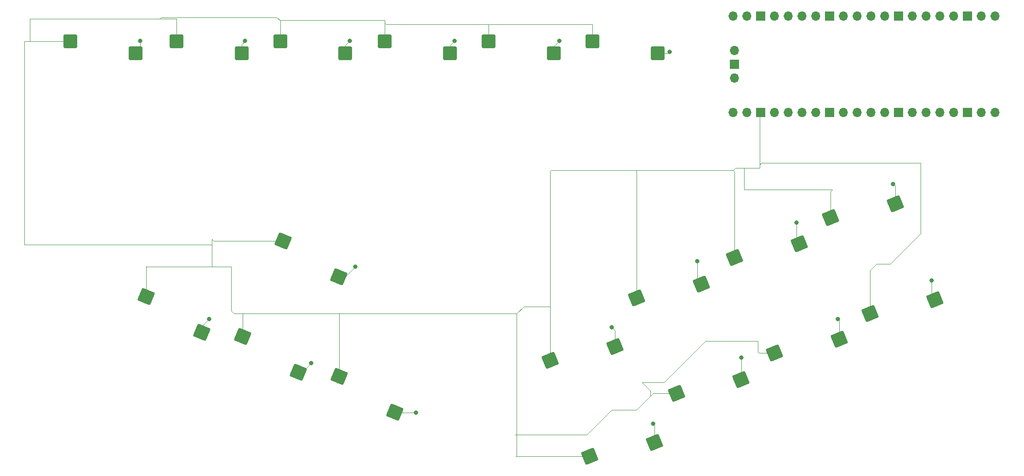
<source format=gbr>
%TF.GenerationSoftware,KiCad,Pcbnew,7.0.5*%
%TF.CreationDate,2023-07-09T01:02:00-05:00*%
%TF.ProjectId,NanoSwap,4e616e6f-5377-4617-902e-6b696361645f,rev?*%
%TF.SameCoordinates,Original*%
%TF.FileFunction,Copper,L2,Bot*%
%TF.FilePolarity,Positive*%
%FSLAX46Y46*%
G04 Gerber Fmt 4.6, Leading zero omitted, Abs format (unit mm)*
G04 Created by KiCad (PCBNEW 7.0.5) date 2023-07-09 01:02:00*
%MOMM*%
%LPD*%
G01*
G04 APERTURE LIST*
G04 Aperture macros list*
%AMRoundRect*
0 Rectangle with rounded corners*
0 $1 Rounding radius*
0 $2 $3 $4 $5 $6 $7 $8 $9 X,Y pos of 4 corners*
0 Add a 4 corners polygon primitive as box body*
4,1,4,$2,$3,$4,$5,$6,$7,$8,$9,$2,$3,0*
0 Add four circle primitives for the rounded corners*
1,1,$1+$1,$2,$3*
1,1,$1+$1,$4,$5*
1,1,$1+$1,$6,$7*
1,1,$1+$1,$8,$9*
0 Add four rect primitives between the rounded corners*
20,1,$1+$1,$2,$3,$4,$5,0*
20,1,$1+$1,$4,$5,$6,$7,0*
20,1,$1+$1,$6,$7,$8,$9,0*
20,1,$1+$1,$8,$9,$2,$3,0*%
G04 Aperture macros list end*
%TA.AperFunction,SMDPad,CuDef*%
%ADD10RoundRect,0.250000X-1.025000X-1.000000X1.025000X-1.000000X1.025000X1.000000X-1.025000X1.000000X0*%
%TD*%
%TA.AperFunction,ComponentPad*%
%ADD11O,1.700000X1.700000*%
%TD*%
%TA.AperFunction,ComponentPad*%
%ADD12R,1.700000X1.700000*%
%TD*%
%TA.AperFunction,SMDPad,CuDef*%
%ADD13RoundRect,0.250000X-1.329660X-0.531629X0.564293X-1.316130X1.329660X0.531629X-0.564293X1.316130X0*%
%TD*%
%TA.AperFunction,SMDPad,CuDef*%
%ADD14RoundRect,0.250000X-0.564293X-1.316130X1.329660X-0.531629X0.564293X1.316130X-1.329660X0.531629X0*%
%TD*%
%TA.AperFunction,ViaPad*%
%ADD15C,0.800000*%
%TD*%
%TA.AperFunction,Conductor*%
%ADD16C,0.050000*%
%TD*%
%TA.AperFunction,Conductor*%
%ADD17C,0.000000*%
%TD*%
%TA.AperFunction,Conductor*%
%ADD18C,0.045000*%
%TD*%
G04 APERTURE END LIST*
D10*
%TO.P,REF\u002A\u002A,1*%
%TO.N,N/C*%
X115131810Y-45308000D03*
%TO.P,REF\u002A\u002A,2*%
X127131810Y-47508000D03*
%TD*%
D11*
%TO.P,USB Right,1*%
%TO.N,N/C*%
X227584000Y-40640000D03*
%TO.P,USB Right,2*%
X225044000Y-40640000D03*
D12*
%TO.P,USB Right,3*%
X222504000Y-40640000D03*
D11*
%TO.P,USB Right,4*%
X219964000Y-40640000D03*
%TO.P,USB Right,5*%
X217424000Y-40640000D03*
%TO.P,USB Right,6*%
X214884000Y-40640000D03*
%TO.P,USB Right,7*%
X212344000Y-40640000D03*
D12*
%TO.P,USB Right,8*%
X209804000Y-40640000D03*
D11*
%TO.P,USB Right,9*%
X207264000Y-40640000D03*
%TO.P,USB Right,10*%
X204724000Y-40640000D03*
%TO.P,USB Right,11*%
X202184000Y-40640000D03*
%TO.P,USB Right,12*%
X199644000Y-40640000D03*
D12*
%TO.P,USB Right,13*%
X197104000Y-40640000D03*
D11*
%TO.P,USB Right,14*%
X194564000Y-40640000D03*
%TO.P,USB Right,15*%
X192024000Y-40640000D03*
%TO.P,USB Right,16*%
X189484000Y-40640000D03*
%TO.P,USB Right,17*%
X186944000Y-40640000D03*
D12*
%TO.P,USB Right,18*%
X184404000Y-40640000D03*
D11*
%TO.P,USB Right,19*%
X181864000Y-40640000D03*
%TO.P,USB Right,20*%
X179324000Y-40640000D03*
%TO.P,USB Right,21*%
X179324000Y-58420000D03*
%TO.P,USB Right,22*%
X181864000Y-58420000D03*
D12*
%TO.P,USB Right,23*%
X184404000Y-58420000D03*
D11*
%TO.P,USB Right,24*%
X186944000Y-58420000D03*
%TO.P,USB Right,25*%
X189484000Y-58420000D03*
%TO.P,USB Right,26*%
X192024000Y-58420000D03*
%TO.P,USB Right,27*%
X194564000Y-58420000D03*
D12*
%TO.P,USB Right,28*%
X197104000Y-58420000D03*
D11*
%TO.P,USB Right,29*%
X199644000Y-58420000D03*
%TO.P,USB Right,30*%
X202184000Y-58420000D03*
%TO.P,USB Right,31*%
X204724000Y-58420000D03*
%TO.P,USB Right,32*%
X207264000Y-58420000D03*
D12*
%TO.P,USB Right,33*%
X209804000Y-58420000D03*
D11*
%TO.P,USB Right,34*%
X212344000Y-58420000D03*
%TO.P,USB Right,35*%
X214884000Y-58420000D03*
%TO.P,USB Right,36*%
X217424000Y-58420000D03*
%TO.P,USB Right,37*%
X219964000Y-58420000D03*
D12*
%TO.P,USB Right,38*%
X222504000Y-58420000D03*
D11*
%TO.P,USB Right,39*%
X225044000Y-58420000D03*
%TO.P,USB Right,40*%
X227584000Y-58420000D03*
%TO.P,USB Right,41*%
X179554000Y-46990000D03*
D12*
%TO.P,USB Right,42*%
X179554000Y-49530000D03*
D11*
%TO.P,USB Right,43*%
X179554000Y-52070000D03*
%TD*%
D13*
%TO.P,REF\u002A\u002A,1*%
%TO.N,N/C*%
X88977185Y-99724572D03*
%TO.P,REF\u002A\u002A,2*%
X99221836Y-106349308D03*
%TD*%
D14*
%TO.P,REF\u002A\u002A,1*%
%TO.N,N/C*%
X152918358Y-121827641D03*
%TO.P,REF\u002A\u002A,2*%
X164846816Y-119267975D03*
%TD*%
D13*
%TO.P,REF\u002A\u002A,1*%
%TO.N,N/C*%
X96371185Y-82103835D03*
%TO.P,REF\u002A\u002A,2*%
X106615836Y-88728571D03*
%TD*%
D10*
%TO.P,REF\u002A\u002A,1*%
%TO.N,N/C*%
X95874810Y-45318000D03*
%TO.P,REF\u002A\u002A,2*%
X107874810Y-47518000D03*
%TD*%
D14*
%TO.P,REF\u002A\u002A,1*%
%TO.N,N/C*%
X186885120Y-102820274D03*
%TO.P,REF\u002A\u002A,2*%
X198813578Y-100260608D03*
%TD*%
%TO.P,REF\u002A\u002A,1*%
%TO.N,N/C*%
X204555109Y-95490301D03*
%TO.P,REF\u002A\u002A,2*%
X216483567Y-92930635D03*
%TD*%
D13*
%TO.P,REF\u002A\u002A,1*%
%TO.N,N/C*%
X71180495Y-92352944D03*
%TO.P,REF\u002A\u002A,2*%
X81425146Y-98977680D03*
%TD*%
D14*
%TO.P,REF\u002A\u002A,1*%
%TO.N,N/C*%
X161530231Y-92629438D03*
%TO.P,REF\u002A\u002A,2*%
X173458689Y-90069772D03*
%TD*%
D13*
%TO.P,REF\u002A\u002A,1*%
%TO.N,N/C*%
X106774349Y-107095071D03*
%TO.P,REF\u002A\u002A,2*%
X117019000Y-113719807D03*
%TD*%
D14*
%TO.P,REF\u002A\u002A,1*%
%TO.N,N/C*%
X197246621Y-77846051D03*
%TO.P,REF\u002A\u002A,2*%
X209175079Y-75286385D03*
%TD*%
D10*
%TO.P,REF\u002A\u002A,1*%
%TO.N,N/C*%
X134254000Y-45318000D03*
%TO.P,REF\u002A\u002A,2*%
X146254000Y-47518000D03*
%TD*%
D14*
%TO.P,REF\u002A\u002A,1*%
%TO.N,N/C*%
X168838718Y-110273691D03*
%TO.P,REF\u002A\u002A,2*%
X180767176Y-107714025D03*
%TD*%
D10*
%TO.P,REF\u002A\u002A,1*%
%TO.N,N/C*%
X76744810Y-45328000D03*
%TO.P,REF\u002A\u002A,2*%
X88744810Y-47528000D03*
%TD*%
%TO.P,REF\u002A\u002A,1*%
%TO.N,N/C*%
X153384000Y-45308000D03*
%TO.P,REF\u002A\u002A,2*%
X165384000Y-47508000D03*
%TD*%
D14*
%TO.P,REF\u002A\u002A,1*%
%TO.N,N/C*%
X179576629Y-85176025D03*
%TO.P,REF\u002A\u002A,2*%
X191505087Y-82616359D03*
%TD*%
D10*
%TO.P,REF\u002A\u002A,1*%
%TO.N,N/C*%
X57219810Y-45308000D03*
%TO.P,REF\u002A\u002A,2*%
X69219810Y-47508000D03*
%TD*%
D14*
%TO.P,REF\u002A\u002A,1*%
%TO.N,N/C*%
X145609870Y-104183389D03*
%TO.P,REF\u002A\u002A,2*%
X157538328Y-101623723D03*
%TD*%
D15*
%TO.N,*%
X180848000Y-103632000D03*
X109728000Y-86868000D03*
X147320000Y-45212000D03*
X108712000Y-45212000D03*
X120904000Y-113792000D03*
X167640000Y-47244000D03*
X70104000Y-45212000D03*
X191008000Y-78740000D03*
X215900000Y-89408000D03*
X82804000Y-96520000D03*
X156972000Y-98044000D03*
X101600000Y-104648000D03*
X198628000Y-96520000D03*
X208788000Y-71628000D03*
X164592000Y-115824000D03*
X172720000Y-85852000D03*
X128016000Y-45212000D03*
X89408000Y-45212000D03*
%TD*%
D16*
%TO.N,*%
X173458689Y-90069772D02*
X172720000Y-89331083D01*
X48768000Y-82804000D02*
X83312000Y-82804000D01*
D17*
X76744810Y-41184810D02*
X76708000Y-41148000D01*
D16*
X213868000Y-80772000D02*
X213868000Y-67772132D01*
X117019000Y-113719807D02*
X117091193Y-113792000D01*
X145607075Y-94213171D02*
X145609870Y-94210376D01*
X164592000Y-110236000D02*
X161544000Y-113284000D01*
X145609870Y-69274130D02*
X145796000Y-69088000D01*
X186885120Y-102820274D02*
X184100274Y-102820274D01*
X191505087Y-82616359D02*
X191008000Y-82119272D01*
X99221836Y-106349308D02*
X99898692Y-106349308D01*
X117091193Y-113792000D02*
X120904000Y-113792000D01*
X115131810Y-41886435D02*
X115131810Y-41428265D01*
X205740000Y-86360000D02*
X208280000Y-86360000D01*
X184470715Y-67772132D02*
X184170847Y-68072000D01*
X164084000Y-109728000D02*
X164084000Y-110744000D01*
X181356000Y-68671508D02*
X181356000Y-72644000D01*
D17*
X161530231Y-69101769D02*
X161544000Y-69088000D01*
D16*
X140732655Y-94213171D02*
X145607075Y-94213171D01*
X180767176Y-107714025D02*
X180848000Y-107633201D01*
X107874810Y-47518000D02*
X107874810Y-46049190D01*
X172720000Y-89331083D02*
X172720000Y-85852000D01*
X145609870Y-104183389D02*
X145609870Y-69274130D01*
X197612000Y-72644000D02*
X197246621Y-73009379D01*
X127131810Y-46096190D02*
X128016000Y-45212000D01*
X88744810Y-45875190D02*
X89408000Y-45212000D01*
X157538328Y-101623723D02*
X157538328Y-98610328D01*
X161530231Y-92629438D02*
X161530231Y-69101769D01*
X106774349Y-95598349D02*
X106680000Y-95504000D01*
X179740492Y-68671508D02*
X184170847Y-68671508D01*
X152400000Y-117856000D02*
X139192000Y-117856000D01*
X95874810Y-41518810D02*
X95259724Y-40903724D01*
X179576629Y-69340629D02*
X179324000Y-69088000D01*
X167376000Y-47508000D02*
X167640000Y-47244000D01*
X88977185Y-95581185D02*
X88900000Y-95504000D01*
X164846816Y-116078816D02*
X164592000Y-115824000D01*
X184170847Y-68671508D02*
X184170847Y-58653153D01*
X115131810Y-45308000D02*
X115131810Y-41886435D01*
X161544000Y-69088000D02*
X179324000Y-69088000D01*
X197246621Y-73009379D02*
X197246621Y-77846051D01*
X139441826Y-95504000D02*
X140732655Y-94213171D01*
X168838718Y-110273691D02*
X164629691Y-110273691D01*
X70104000Y-46623810D02*
X70104000Y-45212000D01*
X76744810Y-45328000D02*
X76744810Y-41184810D01*
X81425146Y-98977680D02*
X81425146Y-97898854D01*
X162560000Y-108204000D02*
X164084000Y-109728000D01*
X139284359Y-121827641D02*
X139441826Y-121670174D01*
X164846816Y-119267975D02*
X164846816Y-116078816D01*
X152918358Y-121827641D02*
X139284359Y-121827641D01*
X134112000Y-42164000D02*
X115409375Y-42164000D01*
X48768000Y-45308000D02*
X48768000Y-82804000D01*
X161544000Y-113284000D02*
X156972000Y-113284000D01*
X157538328Y-98610328D02*
X156972000Y-98044000D01*
X153384000Y-45308000D02*
X153384000Y-42196000D01*
X115130556Y-41427011D02*
X95779234Y-41427011D01*
X174244000Y-100584000D02*
X166624000Y-108204000D01*
X107874810Y-46049190D02*
X108712000Y-45212000D01*
X215900000Y-92347068D02*
X215900000Y-89408000D01*
X198813578Y-96705578D02*
X198628000Y-96520000D01*
X106774349Y-107095071D02*
X106774349Y-95598349D01*
X166624000Y-108204000D02*
X162560000Y-108204000D01*
X165384000Y-47508000D02*
X167376000Y-47508000D01*
X145796000Y-69088000D02*
X161544000Y-69088000D01*
X73904276Y-40903724D02*
X73660000Y-41148000D01*
X107867429Y-88728571D02*
X109728000Y-86868000D01*
X69219810Y-47508000D02*
X70104000Y-46623810D01*
X209175079Y-75286385D02*
X209175079Y-72015079D01*
X146254000Y-47518000D02*
X146254000Y-46278000D01*
X57219810Y-45308000D02*
X48768000Y-45308000D01*
X179324000Y-69088000D02*
X179740492Y-68671508D01*
X184170847Y-58653153D02*
X184404000Y-58420000D01*
X49784000Y-41148000D02*
X49784000Y-45320000D01*
X86868000Y-94996000D02*
X87376000Y-95504000D01*
X146254000Y-46278000D02*
X147320000Y-45212000D01*
X115409375Y-42164000D02*
X115131810Y-41886435D01*
X71120000Y-86868000D02*
X86868000Y-86868000D01*
X208280000Y-86360000D02*
X213868000Y-80772000D01*
X191008000Y-82119272D02*
X191008000Y-78740000D01*
X134254000Y-42306000D02*
X134112000Y-42164000D01*
X83627835Y-82103835D02*
X83312000Y-81788000D01*
X81425146Y-97898854D02*
X82804000Y-96520000D01*
X216483567Y-92930635D02*
X215900000Y-92347068D01*
X96371185Y-82103835D02*
X83627835Y-82103835D01*
X76708000Y-41148000D02*
X49784000Y-41148000D01*
X95259724Y-40903724D02*
X73904276Y-40903724D01*
X213868000Y-67772132D02*
X184470715Y-67772132D01*
X183896000Y-100584000D02*
X174244000Y-100584000D01*
X134254000Y-45318000D02*
X134254000Y-42306000D01*
X106615836Y-88728571D02*
X107867429Y-88728571D01*
X127131810Y-47508000D02*
X127131810Y-46096190D01*
X139441826Y-121670174D02*
X139441826Y-95504000D01*
X153416000Y-42164000D02*
X131064000Y-42164000D01*
X204555109Y-95490301D02*
X204555109Y-87544891D01*
X88977185Y-99724572D02*
X88977185Y-95581185D01*
D18*
X156972000Y-113284000D02*
X152400000Y-117856000D01*
D16*
X99898692Y-106349308D02*
X101600000Y-104648000D01*
X181356000Y-72644000D02*
X197612000Y-72644000D01*
X88900000Y-95504000D02*
X107188000Y-95504000D01*
X83312000Y-81788000D02*
X83312000Y-86868000D01*
X204555109Y-87544891D02*
X205740000Y-86360000D01*
X180848000Y-107633201D02*
X180848000Y-103632000D01*
X71180495Y-86928495D02*
X71120000Y-86868000D01*
X87376000Y-95504000D02*
X90424000Y-95504000D01*
X115131810Y-41428265D02*
X115130556Y-41427011D01*
X88744810Y-47528000D02*
X88744810Y-45875190D01*
D17*
X153384000Y-42196000D02*
X153416000Y-42164000D01*
D16*
X179576629Y-85176025D02*
X179576629Y-69340629D01*
X198813578Y-100260608D02*
X198813578Y-96705578D01*
X209175079Y-72015079D02*
X208788000Y-71628000D01*
X183896000Y-102616000D02*
X183896000Y-100584000D01*
X71180495Y-92352944D02*
X71180495Y-86928495D01*
X184100274Y-102820274D02*
X183896000Y-102616000D01*
X86868000Y-86868000D02*
X86868000Y-94996000D01*
X106680000Y-95504000D02*
X139441826Y-95504000D01*
X164629691Y-110273691D02*
X164592000Y-110236000D01*
X95874810Y-45318000D02*
X95874810Y-41518810D01*
%TD*%
M02*

</source>
